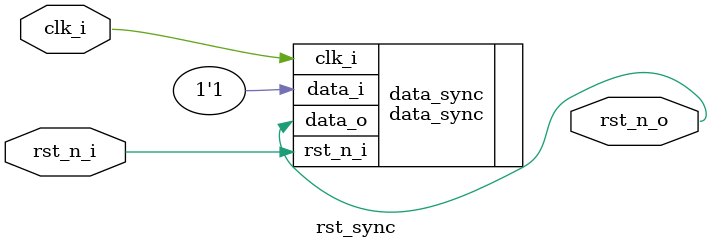
<source format=sv>
/*
 * rst_sync.sv
 *
 *  Created on: 2020-05-07 18:57
 *      Author: Jack Chen <redchenjs@live.com>
 */

`timescale 1 ns / 1 ps

module rst_sync #(
    parameter int S_STAGE = 2
) (
    input logic clk_i,

    input  logic rst_n_i,
    output logic rst_n_o
);

// Data Sync
data_sync #(
    .S_STAGE(S_STAGE),
    .I_VALUE(0),
    .D_WIDTH(1)
) data_sync (
    .clk_i(clk_i),
    .rst_n_i(rst_n_i),

    .data_i(1'b1),
    .data_o(rst_n_o)
);

endmodule

</source>
